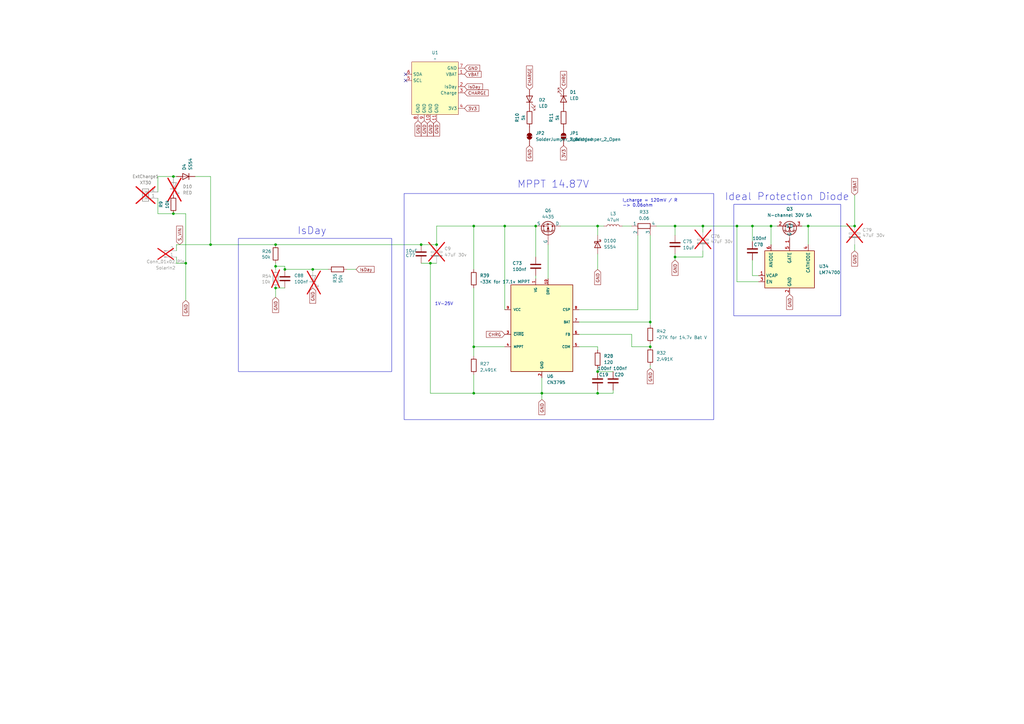
<source format=kicad_sch>
(kicad_sch (version 20250114) (generator "eeschema") (generator_version "9.0")
  (paper "A3")
  (lib_symbols
    (symbol "CN3795:CN3795" (pin_names (offset 1.016))
      (property "Reference" "U" (at 5.08 18.542 0))
      (property "Value" "CN3795" (at 5.08 -20.32 0))
      (symbol "CN3795_0_0"
        (rectangle (start -12.7 -17.78) (end 12.7 17.78) (stroke (width 0.254)) (fill (type background)))
        (pin bidirectional line (at -15.24 7.62 0) (length 2.54) (name "VCC") (number "9"))
        (pin bidirectional line (at -15.24 -2.54 0) (length 2.54) (name "~{CHRG}") (number "3"))
        (pin bidirectional line (at -15.24 -7.62 0) (length 2.54) (name "MPPT") (number "4"))
        (pin bidirectional line (at -2.54 20.32 270) (length 2.54) (name "VG") (number "1"))
        (pin bidirectional line (at 0 -20.32 90) (length 2.54) (name "GND") (number "2"))
        (pin bidirectional line (at 2.54 20.32 270) (length 2.54) (name "DRV") (number "10"))
        (pin bidirectional line (at 15.24 7.62 180) (length 2.54) (name "CSP") (number "8"))
        (pin bidirectional line (at 15.24 2.54 180) (length 2.54) (name "BAT") (number "7"))
        (pin bidirectional line (at 15.24 -2.54 180) (length 2.54) (name "FB") (number "6"))
        (pin bidirectional line (at 15.24 -7.62 180) (length 2.54) (name "COM") (number "5"))
      )
    )
    (symbol "Connector:Conn_01x02_Pin" (pin_names (offset 1.016) (hide yes))
      (property "Reference" "J" (at 0 2.54 0))
      (property "Value" "Conn_01x02_Pin" (at 0 -5.08 0))
      (symbol "Conn_01x02_Pin_1_1"
        (rectangle (start 0.8636 0.127) (end 0 -0.127) (stroke (width 0.1524)) (fill (type outline)))
        (rectangle (start 0.8636 -2.413) (end 0 -2.667) (stroke (width 0.1524)) (fill (type outline)))
        (polyline (pts (xy 1.27 0) (xy 0.8636 0)) (stroke (width 0.1524)))
        (polyline (pts (xy 1.27 -2.54) (xy 0.8636 -2.54)) (stroke (width 0.1524)))
        (pin passive line (at 5.08 0 180) (length 3.81) (name "Pin_1") (number "1"))
        (pin passive line (at 5.08 -2.54 180) (length 3.81) (name "Pin_2") (number "2"))
      )
    )
    (symbol "Connector_Generic:Conn_01x02" (pin_names (offset 1.016) (hide yes))
      (property "Reference" "J" (at 0 2.54 0))
      (property "Value" "Conn_01x02" (at 0 -5.08 0))
      (symbol "Conn_01x02_1_1"
        (rectangle (start -1.27 1.27) (end 1.27 -3.81) (stroke (width 0.254)) (fill (type background)))
        (rectangle (start -1.27 0.127) (end 0 -0.127) (stroke (width 0.1524)))
        (rectangle (start -1.27 -2.413) (end 0 -2.667) (stroke (width 0.1524)))
        (pin passive line (at -5.08 0 0) (length 3.81) (name "Pin_1") (number "1"))
        (pin passive line (at -5.08 -2.54 0) (length 3.81) (name "Pin_2") (number "2"))
      )
    )
    (symbol "Device:C" (pin_numbers (hide yes)) (pin_names (offset 0.254))
      (property "Reference" "C" (at 0.635 2.54 0))
      (property "Value" "C" (at 0.635 -2.54 0))
      (symbol "C_0_1"
        (polyline (pts (xy -2.032 0.762) (xy 2.032 0.762)) (stroke (width 0.508)))
        (polyline (pts (xy -2.032 -0.762) (xy 2.032 -0.762)) (stroke (width 0.508)))
      )
      (symbol "C_1_1"
        (pin passive line (at 0 3.81 270) (length 2.794) (name "~") (number "1"))
        (pin passive line (at 0 -3.81 90) (length 2.794) (name "~") (number "2"))
      )
    )
    (symbol "Device:C_Polarized" (pin_numbers (hide yes)) (pin_names (offset 0.254))
      (property "Reference" "C" (at 0.635 2.54 0))
      (property "Value" "C_Polarized" (at 0.635 -2.54 0))
      (symbol "C_Polarized_0_1"
        (rectangle (start -2.286 0.508) (end 2.286 1.016))
        (polyline (pts (xy -1.778 2.286) (xy -0.762 2.286)))
        (polyline (pts (xy -1.27 2.794) (xy -1.27 1.778)))
        (rectangle (start 2.286 -0.508) (end -2.286 -1.016) (fill (type outline)))
      )
      (symbol "C_Polarized_1_1"
        (pin passive line (at 0 3.81 270) (length 2.794) (name "~") (number "1"))
        (pin passive line (at 0 -3.81 90) (length 2.794) (name "~") (number "2"))
      )
    )
    (symbol "Device:D" (pin_numbers (hide yes)) (pin_names (offset 1.016) (hide yes))
      (property "Reference" "D" (at 0 2.54 0))
      (property "Value" "D" (at 0 -2.54 0))
      (symbol "D_0_1"
        (polyline (pts (xy -1.27 1.27) (xy -1.27 -1.27)) (stroke (width 0.254)))
        (polyline (pts (xy 1.27 1.27) (xy 1.27 -1.27) (xy -1.27 0) (xy 1.27 1.27)) (stroke (width 0.254)))
        (polyline (pts (xy 1.27 0) (xy -1.27 0)))
      )
      (symbol "D_1_1"
        (pin passive line (at -3.81 0 0) (length 2.54) (name "K") (number "1"))
        (pin passive line (at 3.81 0 180) (length 2.54) (name "A") (number "2"))
      )
    )
    (symbol "Device:D_Schottky" (pin_numbers (hide yes)) (pin_names (offset 1.016) (hide yes))
      (property "Reference" "D" (at 0 2.54 0))
      (property "Value" "D_Schottky" (at 0 -2.54 0))
      (symbol "D_Schottky_0_1"
        (polyline (pts (xy -1.905 0.635) (xy -1.905 1.27) (xy -1.27 1.27) (xy -1.27 -1.27) (xy -0.635 -1.27) (xy -0.635 -0.635)) (stroke (width 0.254)))
        (polyline (pts (xy 1.27 1.27) (xy 1.27 -1.27) (xy -1.27 0) (xy 1.27 1.27)) (stroke (width 0.254)))
        (polyline (pts (xy 1.27 0) (xy -1.27 0)))
      )
      (symbol "D_Schottky_1_1"
        (pin passive line (at -3.81 0 0) (length 2.54) (name "K") (number "1"))
        (pin passive line (at 3.81 0 180) (length 2.54) (name "A") (number "2"))
      )
    )
    (symbol "Device:L" (pin_numbers (hide yes)) (pin_names (offset 1.016) (hide yes))
      (property "Reference" "L" (at -1.27 0 90))
      (property "Value" "L" (at 1.905 0 90))
      (symbol "L_0_1"
        (arc (start 0 2.54) (mid 0.6323 1.905) (end 0 1.27))
        (arc (start 0 1.27) (mid 0.6323 0.635) (end 0 0))
        (arc (start 0 0) (mid 0.6323 -0.635) (end 0 -1.27))
        (arc (start 0 -1.27) (mid 0.6323 -1.905) (end 0 -2.54))
      )
      (symbol "L_1_1"
        (pin passive line (at 0 3.81 270) (length 1.27) (name "1") (number "1"))
        (pin passive line (at 0 -3.81 90) (length 1.27) (name "2") (number "2"))
      )
    )
    (symbol "Device:LED" (pin_numbers (hide yes)) (pin_names (offset 1.016) (hide yes))
      (property "Reference" "D" (at 0 2.54 0))
      (property "Value" "LED" (at 0 -2.54 0))
      (symbol "LED_0_1"
        (polyline (pts (xy -3.048 -0.762) (xy -4.572 -2.286) (xy -3.81 -2.286) (xy -4.572 -2.286) (xy -4.572 -1.524)))
        (polyline (pts (xy -1.778 -0.762) (xy -3.302 -2.286) (xy -2.54 -2.286) (xy -3.302 -2.286) (xy -3.302 -1.524)))
        (polyline (pts (xy -1.27 0) (xy 1.27 0)))
        (polyline (pts (xy -1.27 -1.27) (xy -1.27 1.27)) (stroke (width 0.254)))
        (polyline (pts (xy 1.27 -1.27) (xy 1.27 1.27) (xy -1.27 0) (xy 1.27 -1.27)) (stroke (width 0.254)))
      )
      (symbol "LED_1_1"
        (pin passive line (at -3.81 0 0) (length 2.54) (name "K") (number "1"))
        (pin passive line (at 3.81 0 180) (length 2.54) (name "A") (number "2"))
      )
    )
    (symbol "Device:R" (pin_numbers (hide yes)) (pin_names (offset 0))
      (property "Reference" "R" (at 2.032 0 90))
      (property "Value" "R" (at 0 0 90))
      (symbol "R_0_1"
        (rectangle (start -1.016 -2.54) (end 1.016 2.54) (stroke (width 0.254)))
      )
      (symbol "R_1_1"
        (pin passive line (at 0 3.81 270) (length 1.27) (name "~") (number "1"))
        (pin passive line (at 0 -3.81 90) (length 1.27) (name "~") (number "2"))
      )
    )
    (symbol "Device:R_Shunt" (pin_numbers (hide yes)) (pin_names (offset 0))
      (property "Reference" "R" (at -4.445 0 90))
      (property "Value" "R_Shunt" (at -2.54 0 90))
      (symbol "R_Shunt_0_1"
        (rectangle (start -1.016 -2.54) (end 1.016 2.54) (stroke (width 0.254)))
        (polyline (pts (xy 0 -2.54) (xy 1.27 -2.54)))
        (polyline (pts (xy 1.27 2.54) (xy 0 2.54)))
      )
      (symbol "R_Shunt_1_1"
        (pin passive line (at 0 5.08 270) (length 2.54) (name "1") (number "1"))
        (pin passive line (at 0 -5.08 90) (length 2.54) (name "4") (number "4"))
        (pin passive line (at 3.81 2.54 180) (length 2.54) (name "2") (number "2"))
        (pin passive line (at 3.81 -2.54 180) (length 2.54) (name "3") (number "3"))
      )
    )
    (symbol "ESP32-DEVKITC-32D:SL2300" (pin_names (offset 1.016))
      (property "Reference" "Q" (at 0 0 0))
      (property "Value" "SL2300" (at 7.62 0 0))
      (symbol "SL2300_1_1"
        (polyline (pts (xy -1.016 1.905) (xy -1.016 -1.905)) (stroke (width 0.254)))
        (polyline (pts (xy -1.016 0) (xy -3.81 0)))
        (polyline (pts (xy -0.508 2.286) (xy -0.508 1.27)) (stroke (width 0.254)))
        (polyline (pts (xy -0.508 0.508) (xy -0.508 -0.508)) (stroke (width 0.254)))
        (polyline (pts (xy -0.508 -1.27) (xy -0.508 -2.286)) (stroke (width 0.254)))
        (polyline (pts (xy -0.508 -1.778) (xy 2.032 -1.778) (xy 2.032 1.778) (xy -0.508 1.778)))
        (polyline (pts (xy -0.254 0) (xy 0.762 0.381) (xy 0.762 -0.381) (xy -0.254 0)) (fill (type outline)))
        (circle (center 0.381 0) (radius 2.794) (stroke (width 0.254)))
        (polyline (pts (xy 1.27 2.54) (xy 1.27 1.778)))
        (circle (center 1.27 1.778) (radius 0.254) (fill (type outline)))
        (circle (center 1.27 -1.778) (radius 0.254) (fill (type outline)))
        (polyline (pts (xy 1.27 -2.54) (xy 1.27 0) (xy -0.508 0)))
        (polyline (pts (xy 1.524 0.508) (xy 1.651 0.381) (xy 2.413 0.381) (xy 2.54 0.254)))
        (polyline (pts (xy 2.032 0.381) (xy 1.651 -0.254) (xy 2.413 -0.254) (xy 2.032 0.381)))
        (pin input line (at -6.35 0 0) (length 2.54) (name "G") (number "1"))
        (pin passive line (at 1.27 5.08 270) (length 2.54) (name "D") (number "3"))
        (pin passive line (at 1.27 -5.08 90) (length 2.54) (name "S") (number "2"))
      )
    )
    (symbol "Jumper:SolderJumper_2_Bridged" (pin_numbers (hide yes)) (pin_names (offset 0) (hide yes)) (exclude_from_sim yes) (in_bom no)
      (property "Reference" "JP" (at 0 2.032 0))
      (property "Value" "SolderJumper_2_Bridged" (at 0 -2.54 0))
      (symbol "SolderJumper_2_Bridged_0_1"
        (rectangle (start -0.508 0.508) (end 0.508 -0.508) (fill (type outline)))
        (polyline (pts (xy -0.254 1.016) (xy -0.254 -1.016)))
        (arc (start -0.254 -1.016) (mid -1.2656 0) (end -0.254 1.016))
        (arc (start -0.254 -1.016) (mid -1.2656 0) (end -0.254 1.016) (fill (type outline)))
        (arc (start 0.254 1.016) (mid 1.2656 0) (end 0.254 -1.016))
        (arc (start 0.254 1.016) (mid 1.2656 0) (end 0.254 -1.016) (fill (type outline)))
        (polyline (pts (xy 0.254 1.016) (xy 0.254 -1.016)))
      )
      (symbol "SolderJumper_2_Bridged_1_1"
        (pin passive line (at -3.81 0 0) (length 2.54) (name "A") (number "1"))
        (pin passive line (at 3.81 0 180) (length 2.54) (name "B") (number "2"))
      )
    )
    (symbol "Jumper:SolderJumper_2_Open" (pin_numbers (hide yes)) (pin_names (offset 0) (hide yes)) (exclude_from_sim yes) (in_bom no)
      (property "Reference" "JP" (at 0 2.032 0))
      (property "Value" "SolderJumper_2_Open" (at 0 -2.54 0))
      (symbol "SolderJumper_2_Open_0_1"
        (polyline (pts (xy -0.254 1.016) (xy -0.254 -1.016)))
        (arc (start -0.254 -1.016) (mid -1.2656 0) (end -0.254 1.016))
        (arc (start -0.254 -1.016) (mid -1.2656 0) (end -0.254 1.016) (fill (type outline)))
        (arc (start 0.254 1.016) (mid 1.2656 0) (end 0.254 -1.016))
        (arc (start 0.254 1.016) (mid 1.2656 0) (end 0.254 -1.016) (fill (type outline)))
        (polyline (pts (xy 0.254 1.016) (xy 0.254 -1.016)))
      )
      (symbol "SolderJumper_2_Open_1_1"
        (pin passive line (at -3.81 0 0) (length 2.54) (name "A") (number "1"))
        (pin passive line (at 3.81 0 180) (length 2.54) (name "B") (number "2"))
      )
    )
    (symbol "LED_1" (pin_numbers (hide yes)) (pin_names (offset 1.016) (hide yes))
      (property "Reference" "D" (at 0 2.54 0))
      (property "Value" "LED" (at 0 -2.54 0))
      (symbol "LED_1_0_1"
        (polyline (pts (xy -3.048 -0.762) (xy -4.572 -2.286) (xy -3.81 -2.286) (xy -4.572 -2.286) (xy -4.572 -1.524)))
        (polyline (pts (xy -1.778 -0.762) (xy -3.302 -2.286) (xy -2.54 -2.286) (xy -3.302 -2.286) (xy -3.302 -1.524)))
        (polyline (pts (xy -1.27 0) (xy 1.27 0)))
        (polyline (pts (xy -1.27 -1.27) (xy -1.27 1.27)) (stroke (width 0.254)))
        (polyline (pts (xy 1.27 -1.27) (xy 1.27 1.27) (xy -1.27 0) (xy 1.27 -1.27)) (stroke (width 0.254)))
      )
      (symbol "LED_1_1_1"
        (pin passive line (at -3.81 0 0) (length 2.54) (name "K") (number "1"))
        (pin passive line (at 3.81 0 180) (length 2.54) (name "A") (number "2"))
      )
    )
    (symbol "MPPT:MPPT"
      (property "Reference" "U" (at 0 0 0))
      (symbol "MPPT_1_1"
        (rectangle (start -10.16 -1.27) (end 8.89 -22.86) (fill (type background)))
        (pin input line (at -12.7 -6.35 0) (length 2.54) (name "SDA") (number "6"))
        (pin input line (at -12.7 -8.89 0) (length 2.54) (name "SCL") (number "5"))
        (pin power_out line (at -7.62 -25.4 90) (length 2.54) (name "GND") (number "8"))
        (pin power_out line (at -5.08 -25.4 90) (length 2.54) (name "GND") (number "9"))
        (pin power_out line (at -2.54 -25.4 90) (length 2.54) (name "GND") (number "10"))
        (pin power_out line (at 0 -25.4 90) (length 2.54) (name "GND") (number "11"))
        (pin power_out line (at 11.43 -3.81 180) (length 2.54) (name "GND") (number "7"))
        (pin power_out line (at 11.43 -6.35 180) (length 2.54) (name "VBAT") (number "1"))
        (pin output line (at 11.43 -11.43 180) (length 2.54) (name "IsDay") (number "2"))
        (pin input line (at 11.43 -13.97 180) (length 2.54) (name "Charge") (number "3"))
        (pin input line (at 11.43 -20.32 180) (length 2.54) (name "3V3") (number "4"))
      )
    )
    (symbol "Power_Management:LM74700"
      (property "Reference" "U" (at -9.525 -8.89 0))
      (property "Value" "LM74700" (at 7.62 -8.89 0))
      (symbol "LM74700_0_1"
        (rectangle (start -10.16 7.62) (end 10.16 -7.62) (stroke (width 0.254)) (fill (type background)))
      )
      (symbol "LM74700_1_1"
        (pin passive line (at -12.7 -2.54 0) (length 2.54) (name "VCAP") (number "1"))
        (pin input line (at -12.7 -5.08 0) (length 2.54) (name "EN") (number "3"))
        (pin power_in line (at -7.62 10.16 270) (length 2.54) (name "ANODE") (number "6"))
        (pin output line (at 0 10.16 270) (length 2.54) (name "GATE") (number "5"))
        (pin power_in line (at 0 -10.16 90) (length 2.54) (name "GND") (number "2"))
        (pin input line (at 7.62 10.16 270) (length 2.54) (name "CATHODE") (number "4"))
      )
    )
    (symbol "Simulation_SPICE:PMOS" (pin_numbers (hide yes)) (pin_names (offset 0))
      (property "Reference" "Q" (at 5.08 1.27 0))
      (property "Value" "PMOS" (at 5.08 -1.27 0))
      (symbol "PMOS_0_1"
        (polyline (pts (xy 0.254 1.905) (xy 0.254 -1.905)) (stroke (width 0.254)))
        (polyline (pts (xy 0.254 0) (xy -2.54 0)))
        (polyline (pts (xy 0.762 2.286) (xy 0.762 1.27)) (stroke (width 0.254)))
        (polyline (pts (xy 0.762 1.778) (xy 3.302 1.778) (xy 3.302 -1.778) (xy 0.762 -1.778)))
        (polyline (pts (xy 0.762 0.508) (xy 0.762 -0.508)) (stroke (width 0.254)))
        (polyline (pts (xy 0.762 -1.27) (xy 0.762 -2.286)) (stroke (width 0.254)))
        (circle (center 1.651 0) (radius 2.794) (stroke (width 0.254)))
        (polyline (pts (xy 2.286 0) (xy 1.27 0.381) (xy 1.27 -0.381) (xy 2.286 0)) (fill (type outline)))
        (polyline (pts (xy 2.54 2.54) (xy 2.54 1.778)))
        (circle (center 2.54 1.778) (radius 0.254) (fill (type outline)))
        (circle (center 2.54 -1.778) (radius 0.254) (fill (type outline)))
        (polyline (pts (xy 2.54 -2.54) (xy 2.54 0) (xy 0.762 0)))
        (polyline (pts (xy 2.794 -0.508) (xy 2.921 -0.381) (xy 3.683 -0.381) (xy 3.81 -0.254)))
        (polyline (pts (xy 3.302 -0.381) (xy 2.921 0.254) (xy 3.683 0.254) (xy 3.302 -0.381)))
      )
      (symbol "PMOS_1_1"
        (pin input line (at -5.08 0 0) (length 2.54) (name "G") (number "2"))
        (pin passive line (at 2.54 5.08 270) (length 2.54) (name "D") (number "1"))
        (pin passive line (at 2.54 -5.08 90) (length 2.54) (name "S") (number "3"))
      )
    )
  )
  (rectangle (start 300.99 83.82) (end 344.805 129.54))
  (rectangle (start 165.735 79.375) (end 292.735 172.085))
  (rectangle (start 97.79 97.79) (end 160.655 152.4))
  (text "IsDay" (at 121.92 96.52 0) (effects (font (size 3 3)) (justify left bottom)))
  (text "Ideal Protection Diode" (at 297.18 82.55 0) (effects (font (size 3 3)) (justify left bottom)))
  (text "1V-25V" (at 182.118 124.714 0) (effects (font (size 1.27 1.27))))
  (text "MPPT 14.87V" (at 212.09 77.47 0) (effects (font (size 3 3)) (justify left bottom)))
  (text "I_charge = 120mV / R\n-> 0.06ohm" (at 255.27 85.09 0) (effects (font (size 1.27 1.27)) (justify left bottom)))
  (junction (at 172.72 100.33))
  (junction (at 207.01 92.71))
  (junction (at 76.2 107.95))
  (junction (at 245.11 92.71))
  (junction (at 316.23 92.71))
  (junction (at 113.03 118.11))
  (junction (at 276.86 105.41))
  (junction (at 194.31 92.71))
  (junction (at 176.53 107.95))
  (junction (at 194.31 161.29))
  (junction (at 276.86 92.71))
  (junction (at 308.61 92.71))
  (junction (at 113.03 100.33))
  (junction (at 71.12 72.39))
  (junction (at 288.29 92.71))
  (junction (at 71.12 87.63))
  (junction (at 302.26 92.71))
  (junction (at 179.07 100.33))
  (junction (at 350.52 92.71))
  (junction (at 128.27 110.49))
  (junction (at 245.11 152.4))
  (junction (at 222.25 161.29))
  (junction (at 219.71 92.71))
  (junction (at 331.47 92.71))
  (junction (at 266.7 132.08))
  (junction (at 266.7 142.24))
  (junction (at 113.03 109.22))
  (junction (at 245.11 161.29))
  (junction (at 194.31 142.24))
  (junction (at 116.84 110.49))
  (junction (at 86.36 100.33))
  (no_connect (at 166.37 30.48))
  (no_connect (at 166.37 33.02))
  (wire (pts (xy 311.15 115.57) (xy 302.26 115.57)))
  (wire (pts (xy 194.31 92.71) (xy 207.01 92.71)))
  (wire (pts (xy 64.77 78.74) (xy 64.77 72.39)))
  (wire (pts (xy 261.62 127) (xy 237.49 127)))
  (wire (pts (xy 207.01 127) (xy 207.01 92.71)))
  (wire (pts (xy 71.12 72.39) (xy 72.39 72.39)))
  (wire (pts (xy 245.11 104.14) (xy 245.11 110.49)))
  (wire (pts (xy 64.77 81.28) (xy 64.77 87.63)))
  (wire (pts (xy 245.11 151.13) (xy 245.11 152.4)))
  (wire (pts (xy 266.7 132.08) (xy 266.7 133.35)))
  (wire (pts (xy 176.53 107.95) (xy 176.53 161.29)))
  (wire (pts (xy 113.03 109.22) (xy 113.03 110.49)))
  (wire (pts (xy 276.86 105.41) (xy 288.29 105.41)))
  (wire (pts (xy 311.15 113.03) (xy 308.61 113.03)))
  (wire (pts (xy 86.36 100.33) (xy 113.03 100.33)))
  (wire (pts (xy 113.03 100.33) (xy 172.72 100.33)))
  (wire (pts (xy 176.53 161.29) (xy 194.31 161.29)))
  (wire (pts (xy 76.2 87.63) (xy 76.2 107.95)))
  (wire (pts (xy 245.11 92.71) (xy 247.65 92.71)))
  (wire (pts (xy 266.7 132.08) (xy 266.7 96.52)))
  (wire (pts (xy 328.93 92.71) (xy 331.47 92.71)))
  (wire (pts (xy 237.49 137.16) (xy 259.08 137.16)))
  (wire (pts (xy 72.39 107.95) (xy 76.2 107.95)))
  (wire (pts (xy 194.31 161.29) (xy 222.25 161.29)))
  (wire (pts (xy 116.84 110.49) (xy 128.27 110.49)))
  (wire (pts (xy 224.79 100.33) (xy 224.79 114.3)))
  (wire (pts (xy 316.23 92.71) (xy 318.77 92.71)))
  (wire (pts (xy 259.08 137.16) (xy 259.08 142.24)))
  (wire (pts (xy 194.31 153.67) (xy 194.31 161.29)))
  (wire (pts (xy 276.86 92.71) (xy 269.24 92.71)))
  (wire (pts (xy 276.86 96.52) (xy 276.86 92.71)))
  (wire (pts (xy 288.29 92.71) (xy 288.29 95.25)))
  (wire (pts (xy 72.39 105.41) (xy 72.39 107.95)))
  (wire (pts (xy 71.12 87.63) (xy 76.2 87.63)))
  (wire (pts (xy 245.11 152.4) (xy 251.46 152.4)))
  (wire (pts (xy 245.11 142.24) (xy 245.11 143.51)))
  (wire (pts (xy 276.86 92.71) (xy 288.29 92.71)))
  (wire (pts (xy 237.49 142.24) (xy 245.11 142.24)))
  (wire (pts (xy 172.72 100.33) (xy 179.07 100.33)))
  (wire (pts (xy 194.31 142.24) (xy 194.31 146.05)))
  (wire (pts (xy 194.31 142.24) (xy 207.01 142.24)))
  (wire (pts (xy 176.53 107.95) (xy 179.07 107.95)))
  (wire (pts (xy 113.03 107.95) (xy 113.03 109.22)))
  (wire (pts (xy 261.62 96.52) (xy 261.62 127)))
  (wire (pts (xy 116.84 109.22) (xy 116.84 110.49)))
  (wire (pts (xy 350.52 80.01) (xy 350.52 92.71)))
  (wire (pts (xy 113.03 118.11) (xy 113.03 121.92)))
  (wire (pts (xy 245.11 92.71) (xy 245.11 96.52)))
  (wire (pts (xy 86.36 72.39) (xy 86.36 100.33)))
  (wire (pts (xy 288.29 102.87) (xy 288.29 105.41)))
  (wire (pts (xy 308.61 106.68) (xy 308.61 113.03)))
  (wire (pts (xy 308.61 92.71) (xy 308.61 99.06)))
  (wire (pts (xy 64.77 72.39) (xy 71.12 72.39)))
  (wire (pts (xy 350.52 102.87) (xy 350.52 100.33)))
  (wire (pts (xy 207.01 92.71) (xy 219.71 92.71)))
  (wire (pts (xy 266.7 142.24) (xy 259.08 142.24)))
  (wire (pts (xy 222.25 161.29) (xy 222.25 163.83)))
  (wire (pts (xy 76.2 107.95) (xy 76.2 123.19)))
  (wire (pts (xy 194.31 92.71) (xy 194.31 110.49)))
  (wire (pts (xy 113.03 109.22) (xy 116.84 109.22)))
  (wire (pts (xy 179.07 92.71) (xy 179.07 100.33)))
  (wire (pts (xy 72.39 102.87) (xy 72.39 100.33)))
  (wire (pts (xy 331.47 92.71) (xy 331.47 100.33)))
  (wire (pts (xy 80.01 72.39) (xy 86.36 72.39)))
  (wire (pts (xy 266.7 140.97) (xy 266.7 142.24)))
  (wire (pts (xy 266.7 149.86) (xy 266.7 151.13)))
  (wire (pts (xy 64.77 87.63) (xy 71.12 87.63)))
  (wire (pts (xy 142.24 110.49) (xy 146.05 110.49)))
  (wire (pts (xy 72.39 100.33) (xy 86.36 100.33)))
  (wire (pts (xy 245.11 161.29) (xy 222.25 161.29)))
  (wire (pts (xy 316.23 92.71) (xy 316.23 100.33)))
  (wire (pts (xy 245.11 161.29) (xy 251.46 161.29)))
  (wire (pts (xy 219.71 92.71) (xy 219.71 105.41)))
  (wire (pts (xy 302.26 115.57) (xy 302.26 92.71)))
  (wire (pts (xy 288.29 92.71) (xy 302.26 92.71)))
  (wire (pts (xy 251.46 161.29) (xy 251.46 160.02)))
  (wire (pts (xy 302.26 92.71) (xy 308.61 92.71)))
  (wire (pts (xy 245.11 161.29) (xy 245.11 160.02)))
  (wire (pts (xy 222.25 154.94) (xy 222.25 161.29)))
  (wire (pts (xy 237.49 132.08) (xy 266.7 132.08)))
  (wire (pts (xy 276.86 105.41) (xy 276.86 106.68)))
  (wire (pts (xy 179.07 92.71) (xy 194.31 92.71)))
  (wire (pts (xy 276.86 104.14) (xy 276.86 105.41)))
  (wire (pts (xy 308.61 92.71) (xy 316.23 92.71)))
  (wire (pts (xy 229.87 92.71) (xy 245.11 92.71)))
  (wire (pts (xy 255.27 92.71) (xy 259.08 92.71)))
  (wire (pts (xy 172.72 107.95) (xy 176.53 107.95)))
  (wire (pts (xy 331.47 92.71) (xy 350.52 92.71)))
  (wire (pts (xy 113.03 118.11) (xy 116.84 118.11)))
  (wire (pts (xy 219.71 113.03) (xy 219.71 114.3)))
  (wire (pts (xy 194.31 118.11) (xy 194.31 142.24)))
  (wire (pts (xy 128.27 110.49) (xy 134.62 110.49)))
  (global_label "S_VIN" (shape input) (at 73.66 100.33 90) (property "Intersheetrefs" "${INTERSHEET_REFS}" (effects (hide yes))))
  (global_label "GND" (shape input) (at 113.03 121.92 270) (property "Intersheetrefs" "${INTERSHEET_REFS}" (effects (hide yes))))
  (global_label "CHRG" (shape input) (at 231.14 36.83 90) (property "Intersheetrefs" "${INTERSHEET_REFS}" (effects (hide yes))))
  (global_label "GND" (shape input) (at 266.7 151.13 270) (property "Intersheetrefs" "${INTERSHEET_REFS}" (effects (hide yes))))
  (global_label "GND" (shape input) (at 276.86 106.68 270) (property "Intersheetrefs" "${INTERSHEET_REFS}" (effects (hide yes))))
  (global_label "VBAT" (shape input) (at 190.5 30.48 0) (property "Intersheetrefs" "${INTERSHEET_REFS}" (effects (hide yes))))
  (global_label "GND" (shape input) (at 350.52 102.87 270) (property "Intersheetrefs" "${INTERSHEET_REFS}" (effects (hide yes))))
  (global_label "CHRG" (shape input) (at 207.01 137.16 180) (property "Intersheetrefs" "${INTERSHEET_REFS}" (effects (hide yes))))
  (global_label "GND" (shape input) (at 323.85 120.65 270) (property "Intersheetrefs" "${INTERSHEET_REFS}" (effects (hide yes))))
  (global_label "GND" (shape input) (at 222.25 163.83 270) (property "Intersheetrefs" "${INTERSHEET_REFS}" (effects (hide yes))))
  (global_label "CHARGE" (shape input) (at 190.5 38.1 0) (property "Intersheetrefs" "${INTERSHEET_REFS}" (effects (hide yes))))
  (global_label "3V3" (shape input) (at 190.5 44.45 0) (property "Intersheetrefs" "${INTERSHEET_REFS}" (effects (hide yes))))
  (global_label "IsDay" (shape input) (at 190.5 35.56 0) (property "Intersheetrefs" "${INTERSHEET_REFS}" (effects (hide yes))))
  (global_label "GND" (shape input) (at 176.53 49.53 270) (property "Intersheetrefs" "${INTERSHEET_REFS}" (effects (hide yes))))
  (global_label "GND" (shape input) (at 171.45 49.53 270) (property "Intersheetrefs" "${INTERSHEET_REFS}" (effects (hide yes))))
  (global_label "GND" (shape input) (at 173.99 49.53 270) (property "Intersheetrefs" "${INTERSHEET_REFS}" (effects (hide yes))))
  (global_label "VBAT" (shape input) (at 350.52 80.01 90) (property "Intersheetrefs" "${INTERSHEET_REFS}" (effects (hide yes))))
  (global_label "GND" (shape input) (at 179.07 49.53 270) (property "Intersheetrefs" "${INTERSHEET_REFS}" (effects (hide yes))))
  (global_label "GND" (shape input) (at 76.2 123.19 270) (property "Intersheetrefs" "${INTERSHEET_REFS}" (effects (hide yes))))
  (global_label "GND" (shape input) (at 128.27 118.11 270) (property "Intersheetrefs" "${INTERSHEET_REFS}" (effects (hide yes))))
  (global_label "GND" (shape input) (at 217.17 59.69 270) (property "Intersheetrefs" "${INTERSHEET_REFS}" (effects (hide yes))))
  (global_label "CHARGE" (shape input) (at 217.17 36.83 90) (property "Intersheetrefs" "${INTERSHEET_REFS}" (effects (hide yes))))
  (global_label "3V3" (shape input) (at 231.14 59.69 270) (property "Intersheetrefs" "${INTERSHEET_REFS}" (effects (hide yes))))
  (global_label "GND" (shape input) (at 190.5 27.94 0) (property "Intersheetrefs" "${INTERSHEET_REFS}" (effects (hide yes))))
  (global_label "GND" (shape input) (at 245.11 110.49 270) (property "Intersheetrefs" "${INTERSHEET_REFS}" (effects (hide yes))))
  (global_label "IsDay" (shape input) (at 146.05 110.49 0) (property "Intersheetrefs" "${INTERSHEET_REFS}" (effects (hide yes))))
  (symbol (lib_id "Device:C") (at 116.84 114.3 0) (unit 1)
    (property "Reference" "C88" (at 120.65 113.03 0) (effects (justify left)))
    (property "Value" "100nf" (at 120.65 115.57 0) (effects (justify left)))
    (property "Footprint" "PCM_Capacitor_SMD_Handsoldering_AKL:C_0603_1608Metric_Pad1.08x0.95mm" (effects (hide yes)))
    (property "LCSC_PART_NUMBER" "C14665" (effects (hide yes)))
  )
  (symbol (lib_name "LED_1") (lib_id "Device:LED") (at 128.27 114.3 90) (unit 1) (dnp yes)
    (property "Reference" "D11" (effects (hide yes)))
    (property "Value" "GREEN" (effects (hide yes)))
    (property "Footprint" "LED_SMD:LED_0805_2012Metric" (effects (hide yes)))
    (property "Description" "Light emitting diode" (effects (hide yes)))
    (property "LCSC_PART_NUMBER" "C84256" (effects (hide yes)))
    (property "Sim.Pins" "1=K 2=A" (effects (hide yes)))
  )
  (symbol (lib_id "Device:C") (at 308.61 102.87 0) (unit 1)
    (property "Reference" "C78" (at 313.055 100.33 0) (effects (justify right)))
    (property "Value" "100nf" (at 314.325 97.79 0) (effects (justify right)))
    (property "Footprint" "PCM_Capacitor_SMD_Handsoldering_AKL:C_0603_1608Metric_Pad1.08x0.95mm" (effects (hide yes)))
    (property "LCSC_PART_NUMBER" "C49678" (effects (hide yes)))
  )
  (symbol (lib_id "Device:R") (at 245.11 147.32 0) (unit 1)
    (property "Reference" "R28" (at 247.65 146.05 0) (effects (justify left)))
    (property "Value" "120" (at 247.65 148.59 0) (effects (justify left)))
    (property "Footprint" "Resistor_SMD:R_0603_1608Metric" (effects (hide yes)))
    (property "LCSC_PART_NUMBER" "C2907096" (effects (hide yes)))
  )
  (symbol (lib_id "Device:C") (at 219.71 109.22 0) (unit 1)
    (property "Reference" "C73" (at 210.185 107.95 0) (effects (justify left)))
    (property "Value" "100nf" (at 210.185 110.49 0) (effects (justify left)))
    (property "Footprint" "PCM_Capacitor_SMD_Handsoldering_AKL:C_0603_1608Metric_Pad1.08x0.95mm" (effects (hide yes)))
    (property "LCSC_PART_NUMBER" "C49678" (effects (hide yes)))
  )
  (symbol (lib_id "CN3795:CN3795") (at 222.25 134.62 0) (unit 1)
    (property "Reference" "U6" (at 224.2694 154.305 0) (effects (justify left)))
    (property "Value" "CN3795" (at 224.2694 156.845 0) (effects (justify left)))
    (property "Footprint" "PCM_Package_SO_AKL:TSSOP-10_3x3mm_P0.5mm" (effects (hide yes)))
    (property "Description" "4A, Multi-Chemistry Battery Charger\nWith Photovoltaic Cell MPPT Function" (effects (hide yes)))
    (property "MF" "Consonance" (effects (hide yes)))
    (property "Package" "Package" (effects (hide yes)))
    (property "Price" "None" (effects (hide yes)))
    (property "SnapEDA_Link" "https://www.snapeda.com/parts/CN3795/Consonance/view-part/?ref=snap" (effects (hide yes)))
    (property "MP" "CN3795" (effects (hide yes)))
    (property "Availability" "Not in stock" (effects (hide yes)))
    (property "Check_prices" "https://www.snapeda.com/parts/CN3795/Consonance/view-part/?ref=eda" (effects (hide yes)))
    (property "Description_1" "4A, Multi-Chemistry Battery Charger\nWith Photovoltaic Cell MPPT Function" (effects (hide yes)))
    (property "LCSC_PART_NUMBER" "C150555" (effects (hide yes)))
  )
  (symbol (lib_id "Device:R") (at 217.17 48.26 180) (unit 1)
    (property "Reference" "R10" (at 212.09 48.26 90))
    (property "Value" "5k" (at 214.63 48.26 90))
    (property "Footprint" "Resistor_SMD:R_0603_1608Metric" (effects (hide yes)))
    (property "LCSC_PART_NUMBER" "C212284" (effects (hide yes)))
  )
  (symbol (lib_id "Connector:Conn_01x02_Pin") (at 67.31 105.41 0) (mirror x) (unit 1) (dnp yes)
    (property "Reference" "SolarIn2" (at 67.945 109.855 0))
    (property "Value" "Conn_01x02_Pin" (at 67.945 107.315 0))
    (property "Footprint" "Connector_AMASS:AMASS_XT30UPB-M_1x02_P5.0mm_Vertical" (effects (hide yes)))
  )
  (symbol (lib_id "Device:R") (at 266.7 146.05 0) (unit 1)
    (property "Reference" "R32" (at 269.24 144.78 0) (effects (justify left)))
    (property "Value" "2.491K" (at 269.24 147.32 0) (effects (justify left)))
    (property "Footprint" "Resistor_SMD:R_0603_1608Metric" (effects (hide yes)))
    (property "LCSC_PART_NUMBER" "C2930072" (effects (hide yes)))
  )
  (symbol (lib_id "Device:C") (at 251.46 156.21 0) (unit 1)
    (property "Reference" "C20" (at 255.905 153.67 0) (effects (justify right)))
    (property "Value" "100nf" (at 257.175 151.13 0) (effects (justify right)))
    (property "Footprint" "PCM_Capacitor_SMD_Handsoldering_AKL:C_0603_1608Metric_Pad1.08x0.95mm" (effects (hide yes)))
    (property "LCSC_PART_NUMBER" "C49678" (effects (hide yes)))
  )
  (symbol (lib_id "ESP32-DEVKITC-32D:SL2300") (at 323.85 93.98 270) (mirror x) (unit 1)
    (property "Reference" "Q3" (at 323.85 85.725 90))
    (property "Value" "N-channel 30V 5A" (at 323.85 88.265 90))
    (property "Footprint" "PCM_Package_TO_SOT_SMD_AKL:SOT-23" (effects (hide yes)))
    (property "LCSC_PART_NUMBER" "C5364313" (effects (hide yes)))
  )
  (symbol (lib_id "Connector_Generic:Conn_01x02") (at 59.69 81.28 180) (unit 1) (dnp yes)
    (property "Reference" "ExtCharge1" (at 59.69 72.39 0))
    (property "Value" "XT30" (at 59.69 74.93 0))
    (property "Footprint" "Connector_AMASS:AMASS_XT30UPB-F_1x02_P5.0mm_Vertical" (effects (hide yes)))
    (property "LCSC_PART_NUMBER" "C108769" (effects (hide yes)))
  )
  (symbol (lib_id "Simulation_SPICE:PMOS") (at 224.79 95.25 270) (mirror x) (unit 1)
    (property "Reference" "Q6" (at 224.79 86.36 90))
    (property "Value" "4435" (at 224.79 88.9 90))
    (property "Footprint" "board:4435" (effects (hide yes)))
    (property "Datasheet" "https://ngspice.sourceforge.io/docs/ngspice-html-manual/manual.xhtml#cha_MOSFETs" (effects (hide yes)))
    (property "Description" "P-MOSFET transistor, drain/source/gate" (effects (hide yes)))
    (property "Sim.Device" "PMOS" (effects (hide yes)))
    (property "Sim.Type" "VDMOS" (effects (hide yes)))
    (property "Sim.Pins" "1=D 2=G 3=S" (effects (hide yes)))
    (property "LCSC_PART_NUMBER" "C2833150" (effects (hide yes)))
  )
  (symbol (lib_id "Device:R") (at 113.03 114.3 0) (unit 1) (dnp yes)
    (property "Reference" "R54" (at 107.442 113.284 0) (effects (justify left)))
    (property "Value" "10k" (at 107.315 115.57 0) (effects (justify left)))
    (property "Footprint" "Resistor_SMD:R_0603_1608Metric" (effects (hide yes)))
    (property "LCSC_PART_NUMBER" "C212284" (effects (hide yes)))
    (property "Sim.Device" "R" (effects (hide yes)))
    (property "Sim.Pins" "1=+ 2=-" (effects (hide yes)))
  )
  (symbol (lib_id "Device:R") (at 231.14 48.26 180) (unit 1)
    (property "Reference" "R11" (at 226.06 48.26 90))
    (property "Value" "5k" (at 228.6 48.26 90))
    (property "Footprint" "Resistor_SMD:R_0603_1608Metric" (effects (hide yes)))
    (property "LCSC_PART_NUMBER" "C212284" (effects (hide yes)))
  )
  (symbol (lib_id "Device:R") (at 194.31 149.86 180) (unit 1)
    (property "Reference" "R27" (at 196.85 149.225 0) (effects (justify right)))
    (property "Value" "2.491K" (at 196.85 151.765 0) (effects (justify right)))
    (property "Footprint" "Resistor_SMD:R_0603_1608Metric" (effects (hide yes)))
    (property "LCSC_PART_NUMBER" "C2930072" (effects (hide yes)))
  )
  (symbol (lib_id "Device:C") (at 276.86 100.33 0) (unit 1)
    (property "Reference" "C75" (at 280.035 99.06 0) (effects (justify left)))
    (property "Value" "10uF" (at 280.035 101.6 0) (effects (justify left)))
    (property "Footprint" "PCM_Capacitor_SMD_Handsoldering_AKL:C_1206_3216Metric_Pad1.33x1.80mm" (effects (hide yes)))
    (property "LCSC_PART_NUMBER" "C13585" (effects (hide yes)))
  )
  (symbol (lib_id "Device:D_Schottky") (at 245.11 100.33 270) (unit 1)
    (property "Reference" "D100" (at 247.65 98.7425 90) (effects (justify left)))
    (property "Value" "SS54" (at 247.65 101.2825 90) (effects (justify left)))
    (property "Footprint" "PCM_Diode_SMD_Handsoldering_AKL:D_SMAFL" (effects (hide yes)))
    (property "LCSC_PART_NUMBER" "C5359893" (effects (hide yes)))
  )
  (symbol (lib_id "Device:C") (at 172.72 104.14 0) (unit 1)
    (property "Reference" "C77" (at 166.37 104.775 0) (effects (justify left)))
    (property "Value" "10uF" (at 166.37 102.87 0) (effects (justify left)))
    (property "Footprint" "PCM_Capacitor_SMD_Handsoldering_AKL:C_1206_3216Metric_Pad1.33x1.80mm" (effects (hide yes)))
    (property "LCSC_PART_NUMBER" "C13585" (effects (hide yes)))
  )
  (symbol (lib_id "Jumper:SolderJumper_2_Open") (at 231.14 55.88 90) (unit 1) (exclude_from_sim yes) (in_bom no)
    (property "Reference" "JP1" (at 233.68 54.6099 90) (effects (justify right)))
    (property "Value" "SolderJumper_2_Open" (at 233.68 57.1499 90) (effects (justify right)))
    (property "Footprint" "Jumper:SolderJumper-2_P1.3mm_Open_RoundedPad1.0x1.5mm" (effects (hide yes)))
    (property "Description" "Solder Jumper, 2-pole, open" (effects (hide yes)))
  )
  (symbol (lib_id "Device:R") (at 71.12 83.82 180) (unit 1)
    (property "Reference" "R9" (at 66.04 83.82 90))
    (property "Value" "10k" (at 68.58 83.82 90))
    (property "Footprint" "Resistor_SMD:R_0603_1608Metric" (effects (hide yes)))
    (property "LCSC_PART_NUMBER" "C212284" (effects (hide yes)))
  )
  (symbol (lib_id "MPPT:MPPT") (at 179.07 24.13 0) (unit 1)
    (property "Reference" "U1" (at 178.435 21.59 0))
    (property "Value" "~" (at 178.435 24.13 0))
    (property "Footprint" "MPPT:MPPT" (effects (hide yes)))
  )
  (symbol (lib_id "Device:C") (at 245.11 156.21 0) (unit 1)
    (property "Reference" "C19" (at 249.555 153.67 0) (effects (justify right)))
    (property "Value" "100nf" (at 250.825 151.13 0) (effects (justify right)))
    (property "Footprint" "PCM_Capacitor_SMD_Handsoldering_AKL:C_0603_1608Metric_Pad1.08x0.95mm" (effects (hide yes)))
    (property "LCSC_PART_NUMBER" "C49678" (effects (hide yes)))
  )
  (symbol (lib_id "Device:LED") (at 217.17 40.64 90) (unit 1)
    (property "Reference" "D2" (at 220.98 40.9574 90) (effects (justify right)))
    (property "Value" "LED" (at 220.98 43.4974 90) (effects (justify right)))
    (property "Footprint" "LED_SMD:LED_0805_2012Metric" (effects (hide yes)))
    (property "Description" "Light emitting diode" (effects (hide yes)))
    (property "Sim.Pins" "1=K 2=A" (effects (hide yes)))
  )
  (symbol (lib_id "Device:C_Polarized") (at 288.29 99.06 0) (unit 1) (dnp yes)
    (property "Reference" "C76" (at 291.465 96.901 0) (effects (justify left)))
    (property "Value" "47uF 30v" (at 291.465 99.06 0) (effects (justify left)))
    (property "Footprint" "Capacitor_THT:CP_Radial_D5.0mm_P2.00mm" (effects (hide yes)))
  )
  (symbol (lib_id "Device:R_Shunt") (at 264.16 92.71 90) (mirror x) (unit 1)
    (property "Reference" "R33" (at 264.16 86.995 90))
    (property "Value" "0.06" (at 264.16 89.535 90))
    (property "Footprint" "board:R_Shunt_Vishay_WSK2512_6332Metric_T1.19mm" (effects (hide yes)))
    (property "LCSC_PART_NUMBER" "C2903489" (effects (hide yes)))
  )
  (symbol (lib_id "Power_Management:LM74700") (at 323.85 110.49 0) (unit 1)
    (property "Reference" "U34" (at 335.915 109.22 0) (effects (justify left)))
    (property "Value" "LM74700" (at 335.915 111.76 0) (effects (justify left)))
    (property "Footprint" "Package_TO_SOT_SMD:SOT-23-6" (effects (hide yes)))
    (property "Datasheet" "http://www.ti.com/lit/gpn/LM74700-Q1" (effects (hide yes)))
    (property "LCSC_PART_NUMBER" "C7589230" (effects (hide yes)))
  )
  (symbol (lib_id "Device:R") (at 113.03 104.14 0) (unit 1)
    (property "Reference" "R26" (at 107.442 103.124 0) (effects (justify left)))
    (property "Value" "50k" (at 107.315 105.41 0) (effects (justify left)))
    (property "Footprint" "Resistor_SMD:R_0603_1608Metric" (effects (hide yes)))
    (property "LCSC_PART_NUMBER" "C861451" (effects (hide yes)))
  )
  (symbol (lib_id "Device:LED") (at 231.14 40.64 270) (unit 1)
    (property "Reference" "D1" (at 233.68 37.7824 90) (effects (justify left)))
    (property "Value" "LED" (at 233.68 40.3224 90) (effects (justify left)))
    (property "Footprint" "LED_SMD:LED_0805_2012Metric" (effects (hide yes)))
    (property "Description" "Light emitting diode" (effects (hide yes)))
    (property "Sim.Pins" "1=K 2=A" (effects (hide yes)))
  )
  (symbol (lib_id "Device:C_Polarized") (at 179.07 104.14 0) (unit 1) (dnp yes)
    (property "Reference" "C9" (at 182.245 101.981 0) (effects (justify left)))
    (property "Value" "47uF 30v" (at 182.245 104.521 0) (effects (justify left)))
    (property "Footprint" "Capacitor_THT:CP_Radial_D5.0mm_P2.00mm" (effects (hide yes)))
  )
  (symbol (lib_id "Device:R") (at 266.7 137.16 0) (unit 1)
    (property "Reference" "R42" (at 269.24 135.8899 0) (effects (justify left)))
    (property "Value" "~27K for 14.7v Bat V" (at 269.24 138.4299 0) (effects (justify left)))
    (property "Footprint" "Resistor_THT:R_Axial_DIN0207_L6.3mm_D2.5mm_P2.54mm_Vertical" (effects (hide yes)))
    (property "Description" "Resistor" (effects (hide yes)))
  )
  (symbol (lib_id "Device:C_Polarized") (at 350.52 96.52 0) (unit 1) (dnp yes)
    (property "Reference" "C79" (at 353.695 94.361 0) (effects (justify left)))
    (property "Value" "47uF 30v" (at 353.695 96.52 0) (effects (justify left)))
    (property "Footprint" "Capacitor_THT:CP_Radial_D5.0mm_P2.00mm" (effects (hide yes)))
  )
  (symbol (lib_id "Device:LED") (at 71.12 76.2 90) (unit 1) (dnp yes)
    (property "Reference" "D10" (at 74.93 76.5175 90) (effects (justify right)))
    (property "Value" "RED" (at 74.93 79.0575 90) (effects (justify right)))
    (property "Footprint" "LED_SMD:LED_0805_2012Metric" (effects (hide yes)))
    (property "Description" "Light emitting diode" (effects (hide yes)))
    (property "LCSC_PART_NUMBER" "C205441" (effects (hide yes)))
    (property "Sim.Pins" "1=K 2=A" (effects (hide yes)))
  )
  (symbol (lib_id "Jumper:SolderJumper_2_Bridged") (at 217.17 55.88 90) (unit 1) (exclude_from_sim yes) (in_bom no)
    (property "Reference" "JP2" (at 219.71 54.6099 90) (effects (justify right)))
    (property "Value" "SolderJumper_2_Bridged" (at 219.71 57.1499 90) (effects (justify right)))
    (property "Footprint" "Jumper:SolderJumper-2_P1.3mm_Bridged_RoundedPad1.0x1.5mm" (effects (hide yes)))
    (property "Description" "Solder Jumper, 2-pole, closed/bridged" (effects (hide yes)))
  )
  (symbol (lib_id "Device:R") (at 138.43 110.49 90) (unit 1)
    (property "Reference" "R35" (at 137.414 116.078 0) (effects (justify left)))
    (property "Value" "50k" (at 139.7 116.205 0) (effects (justify left)))
    (property "Footprint" "Resistor_SMD:R_0603_1608Metric" (effects (hide yes)))
    (property "LCSC_PART_NUMBER" "C861451" (effects (hide yes)))
  )
  (symbol (lib_id "Device:R") (at 194.31 114.3 0) (unit 1)
    (property "Reference" "R39" (at 196.85 113.0299 0) (effects (justify left)))
    (property "Value" "~33K for 17.1v MPPT" (at 196.85 115.5699 0) (effects (justify left)))
    (property "Footprint" "Resistor_THT:R_Axial_DIN0207_L6.3mm_D2.5mm_P2.54mm_Vertical" (effects (hide yes)))
    (property "Description" "Resistor" (effects (hide yes)))
  )
  (symbol (lib_id "Device:D") (at 76.2 72.39 180) (unit 1)
    (property "Reference" "D4" (at 75.565 69.85 90) (effects (justify right)))
    (property "Value" "SS54" (at 78.105 69.85 90) (effects (justify right)))
    (property "Footprint" "PCM_Diode_SMD_Handsoldering_AKL:D_SMAFL" (effects (hide yes)))
    (property "Description" "Diode" (effects (hide yes)))
    (property "Sim.Device" "D" (effects (hide yes)))
    (property "Sim.Pins" "1=K 2=A" (effects (hide yes)))
    (property "LCSC_PART_NUMBER" "C5359893" (effects (hide yes)))
  )
  (symbol (lib_id "Device:L") (at 251.46 92.71 90) (unit 1)
    (property "Reference" "L3" (at 251.46 87.63 90))
    (property "Value" "47uH" (at 251.46 90.17 90))
    (property "Footprint" "Inductor_SMD:L_12x12mm_H4.5mm" (effects (hide yes)))
    (property "LCSC_PART_NUMBER" "C20415550" (effects (hide yes)))
  )
)
</source>
